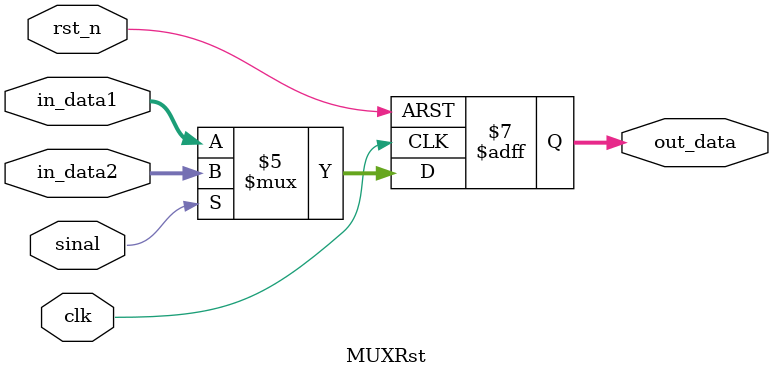
<source format=v>
module MUXRst(clk, sinal, rst_n, in_data1, in_data2, out_data);

parameter                    data_bits = 31;
input                        clk, sinal, rst_n;
input    [data_bits:0]       in_data1;
input    [data_bits:0]       in_data2;
output   [data_bits:0]       out_data;
reg      [data_bits:0]       out_data;

always @(posedge clk or negedge rst_n)
begin
    if(!rst_n) begin
        out_data <= 0;
    end
    else begin
        if (sinal==0)
            out_data = in_data1;
        else
            out_data = in_data2;
    end
end

endmodule
</source>
